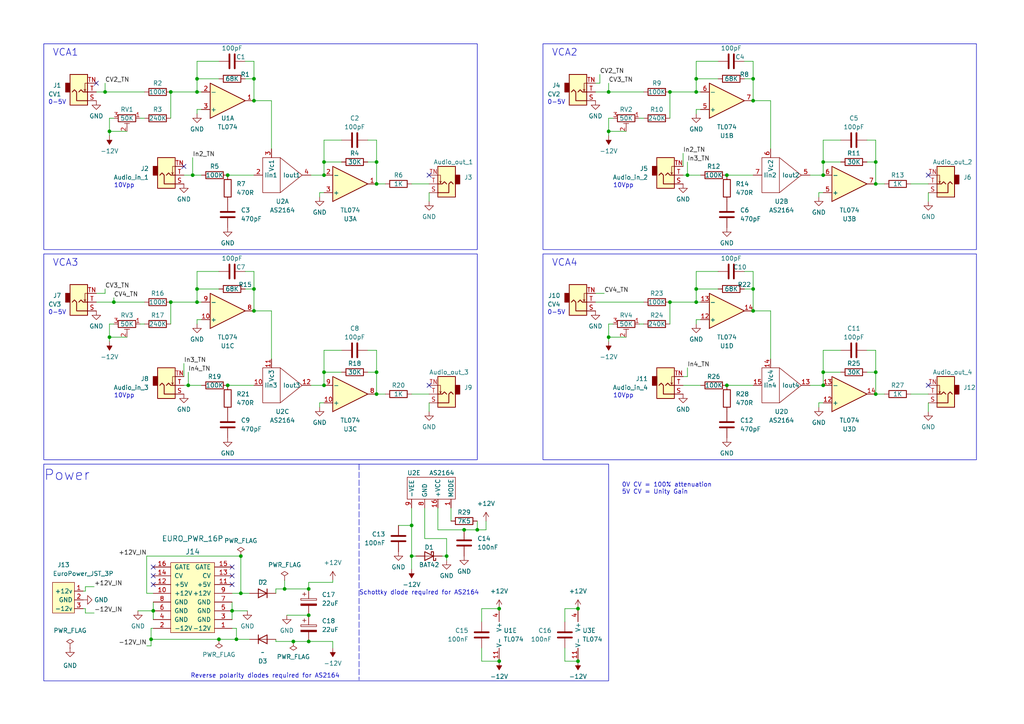
<source format=kicad_sch>
(kicad_sch (version 20230121) (generator eeschema)
  (paper "A4")
  (title_block (title "Eurorack AS2164 Quad Exponential VCA") (date "2024-01-25") (rev "0.1.0") (company "DIYSynthMNL") (comment 1 "This version is a prototype"))
  (lib_symbols
    (symbol "Amplifier_Operational:TL074" (pin_names (offset 0.127))
      (property "Reference" "U" (at 0 5.08 0))
      (property "Value" "TL074" (at 0 -5.08 0))
      (symbol "TL074_1_1"
        (polyline (pts (xy -5.08 5.08) (xy 5.08 0) (xy -5.08 -5.08) (xy -5.08 5.08)) (stroke (width 0.254)) (fill (type background)))
        (pin output line (at 7.62 0 180) (length 2.54) (name "~") (number "1"))
        (pin input line (at -7.62 -2.54 0) (length 2.54) (name "-") (number "2"))
        (pin input line (at -7.62 2.54 0) (length 2.54) (name "+") (number "3"))
      )
      (symbol "TL074_2_1"
        (polyline (pts (xy -5.08 5.08) (xy 5.08 0) (xy -5.08 -5.08) (xy -5.08 5.08)) (stroke (width 0.254)) (fill (type background)))
        (pin input line (at -7.62 2.54 0) (length 2.54) (name "+") (number "5"))
        (pin input line (at -7.62 -2.54 0) (length 2.54) (name "-") (number "6"))
        (pin output line (at 7.62 0 180) (length 2.54) (name "~") (number "7"))
      )
      (symbol "TL074_3_1"
        (polyline (pts (xy -5.08 5.08) (xy 5.08 0) (xy -5.08 -5.08) (xy -5.08 5.08)) (stroke (width 0.254)) (fill (type background)))
        (pin input line (at -7.62 2.54 0) (length 2.54) (name "+") (number "10"))
        (pin output line (at 7.62 0 180) (length 2.54) (name "~") (number "8"))
        (pin input line (at -7.62 -2.54 0) (length 2.54) (name "-") (number "9"))
      )
      (symbol "TL074_4_1"
        (polyline (pts (xy -5.08 5.08) (xy 5.08 0) (xy -5.08 -5.08) (xy -5.08 5.08)) (stroke (width 0.254)) (fill (type background)))
        (pin input line (at -7.62 2.54 0) (length 2.54) (name "+") (number "12"))
        (pin input line (at -7.62 -2.54 0) (length 2.54) (name "-") (number "13"))
        (pin output line (at 7.62 0 180) (length 2.54) (name "~") (number "14"))
      )
      (symbol "TL074_5_1"
        (pin power_in line (at -2.54 -7.62 90) (length 3.81) (name "V-") (number "11"))
        (pin power_in line (at -2.54 7.62 270) (length 3.81) (name "V+") (number "4"))
      )
    )
    (symbol "DIYSynthMNL:AS2164"
      (property "Reference" "U" (at 8.89 3.81 0))
      (property "Value" "AS2164" (at 8.89 1.27 0))
      (symbol "AS2164_1_1"
        (polyline (pts (xy 5.08 0) (xy 11.43 -5.08) (xy 5.08 -10.16)))
        (rectangle (start 0 0) (end 5.08 -10.16))
        (pin input line (at -2.54 -5.08 0) (length 2.54) (name "Iin1") (number "2"))
        (pin input line (at 2.54 2.54 270) (length 2.54) (name "Vc1") (number "3"))
        (pin output line (at 13.97 -5.08 180) (length 2.54) (name "Iout1") (number "4"))
      )
      (symbol "AS2164_2_1"
        (polyline (pts (xy 5.08 0) (xy 11.43 -5.08) (xy 5.08 -10.16)))
        (rectangle (start 0 0) (end 5.08 -10.16))
        (pin output line (at 13.97 -5.08 180) (length 2.54) (name "Iout2") (number "5"))
        (pin input line (at 2.54 2.54 270) (length 2.54) (name "Vc2") (number "6"))
        (pin input line (at -2.54 -5.08 0) (length 2.54) (name "Iin2") (number "7"))
      )
      (symbol "AS2164_3_1"
        (polyline (pts (xy 5.08 0) (xy 11.43 -5.08) (xy 5.08 -10.16)))
        (rectangle (start 0 0) (end 5.08 -10.16))
        (pin input line (at -2.54 -5.08 0) (length 2.54) (name "Iin3") (number "10"))
        (pin input line (at 2.54 2.54 270) (length 2.54) (name "Vc3") (number "11"))
        (pin output line (at 13.97 -5.08 180) (length 2.54) (name "Iout3") (number "12"))
      )
      (symbol "AS2164_4_1"
        (polyline (pts (xy 5.08 0) (xy 11.43 -5.08) (xy 5.08 -10.16)))
        (rectangle (start 0 0) (end 5.08 -10.16))
        (pin output line (at 13.97 -5.08 180) (length 2.54) (name "Iout4") (number "13"))
        (pin input line (at 2.54 2.54 270) (length 2.54) (name "Vc4") (number "14"))
        (pin input line (at -2.54 -5.08 0) (length 2.54) (name "Iin4") (number "15"))
      )
      (symbol "AS2164_5_1"
        (rectangle (start 0 0) (end 13.97 -6.35))
        (pin input line (at 12.7 -8.89 90) (length 2.54) (name "MODE") (number "1"))
        (pin power_in line (at 8.89 -8.89 90) (length 2.54) (name "+VCC") (number "16"))
        (pin power_in line (at 5.08 -8.89 90) (length 2.54) (name "GND") (number "8"))
        (pin power_in line (at 1.27 -8.89 90) (length 2.54) (name "-VEE") (number "9"))
      )
    )
    (symbol "DIYSynthMNL:EURO_PWR_16_PIN" (pin_names (offset 1.016))
      (property "Reference" "J" (at 0 -7.62 0))
      (property "Value" "EURO_PWR_16P" (at 0 16.51 0))
      (symbol "EURO_PWR_16_PIN_0_1"
        (rectangle (start -6.35 13.97) (end 6.35 -6.35) (fill (type background)))
      )
      (symbol "EURO_PWR_16_PIN_1_1"
        (pin power_in line (at 11.43 -5.08 180) (length 5.08) (name "-12V") (number "1"))
        (pin power_in line (at -11.43 5.08 0) (length 5.08) (name "+12V") (number "10"))
        (pin power_in line (at 11.43 7.62 180) (length 5.08) (name "+5V") (number "11"))
        (pin power_in line (at -11.43 7.62 0) (length 5.08) (name "+5V") (number "12"))
        (pin bidirectional line (at 11.43 10.16 180) (length 5.08) (name "CV") (number "13"))
        (pin bidirectional line (at -11.43 10.16 0) (length 5.08) (name "CV") (number "14"))
        (pin bidirectional line (at 11.43 12.7 180) (length 5.08) (name "GATE") (number "15"))
        (pin bidirectional line (at -11.43 12.7 0) (length 5.08) (name "GATE") (number "16"))
        (pin power_in line (at -11.43 -5.08 0) (length 5.08) (name "-12V") (number "2"))
        (pin power_in line (at 11.43 -2.54 180) (length 5.08) (name "GND") (number "3"))
        (pin power_in line (at -11.43 -2.54 0) (length 5.08) (name "GND") (number "4"))
        (pin power_in line (at 11.43 0 180) (length 5.08) (name "GND") (number "5"))
        (pin power_in line (at -11.43 0 0) (length 5.08) (name "GND") (number "6"))
        (pin power_in line (at 11.43 2.54 180) (length 5.08) (name "GND") (number "7"))
        (pin power_in line (at -11.43 2.54 0) (length 5.08) (name "GND") (number "8"))
        (pin power_in line (at 11.43 5.08 180) (length 5.08) (name "+12V") (number "9"))
      )
    )
    (symbol "DIYSynthMNL:JST_Eurorack_power_3P"
      (property "Reference" "J" (at -3.81 1.27 0))
      (property "Value" "EuroPower_JST_3P" (at -2.54 -10.16 0))
      (symbol "JST_Eurorack_power_3P_1_1"
        (rectangle (start -6.35 0) (end 0 -8.89) (fill (type background)))
        (pin power_in line (at 2.54 -2.54 180) (length 2.54) (name "+12v") (number "1"))
        (pin power_in line (at 2.54 -5.08 180) (length 2.54) (name "GND") (number "2"))
        (pin power_in line (at 2.54 -7.62 180) (length 2.54) (name "-12v") (number "3"))
      )
    )
    (symbol "DIYSynthMNL:PJ3001F"
      (property "Reference" "J" (at 0 8.89 0))
      (property "Value" "PJ3001F" (at 0 6.35 0))
      (symbol "PJ3001F_0_1"
        (rectangle (start -3.81 0) (end -2.54 -2.54) (stroke (width 0.254)) (fill (type outline)))
        (rectangle (start -2.54 3.81) (end 2.54 -5.08) (stroke (width 0.254)) (fill (type background)))
        (polyline (pts (xy 1.778 -0.254) (xy 2.032 -0.762)))
        (polyline (pts (xy 0 0) (xy 0.635 -0.635) (xy 1.27 0) (xy 2.54 0)) (stroke (width 0.254)))
        (polyline (pts (xy 2.54 -2.54) (xy 1.778 -2.54) (xy 1.778 -0.254) (xy 1.524 -0.762)))
        (polyline (pts (xy 2.54 2.54) (xy -0.635 2.54) (xy -0.635 0) (xy -1.27 -0.635) (xy -1.905 0)) (stroke (width 0.254)))
      )
      (symbol "PJ3001F_1_1"
        (pin passive line (at 5.08 2.54 180) (length 2.54) (name "~") (number "S"))
        (pin passive line (at 5.08 0 180) (length 2.54) (name "~") (number "T"))
        (pin passive line (at 5.08 -2.54 180) (length 2.54) (name "~") (number "TN"))
      )
    )
    (symbol "Device:C" (pin_numbers hide) (pin_names (offset 0.254))
      (property "Reference" "C" (at 0.635 2.54 0))
      (property "Value" "C" (at 0.635 -2.54 0))
      (symbol "C_0_1"
        (polyline (pts (xy -2.032 -0.762) (xy 2.032 -0.762)) (stroke (width 0.508)))
        (polyline (pts (xy -2.032 0.762) (xy 2.032 0.762)) (stroke (width 0.508)))
      )
      (symbol "C_1_1"
        (pin passive line (at 0 3.81 270) (length 2.794) (name "~") (number "1"))
        (pin passive line (at 0 -3.81 90) (length 2.794) (name "~") (number "2"))
      )
    )
    (symbol "Device:C_Polarized" (pin_numbers hide) (pin_names (offset 0.254))
      (property "Reference" "C" (at 0.635 2.54 0))
      (property "Value" "C_Polarized" (at 0.635 -2.54 0))
      (symbol "C_Polarized_0_1"
        (rectangle (start -2.286 0.508) (end 2.286 1.016))
        (polyline (pts (xy -1.778 2.286) (xy -0.762 2.286)))
        (polyline (pts (xy -1.27 2.794) (xy -1.27 1.778)))
        (rectangle (start 2.286 -0.508) (end -2.286 -1.016) (fill (type outline)))
      )
      (symbol "C_Polarized_1_1"
        (pin passive line (at 0 3.81 270) (length 2.794) (name "~") (number "1"))
        (pin passive line (at 0 -3.81 90) (length 2.794) (name "~") (number "2"))
      )
    )
    (symbol "Device:D" (pin_numbers hide) (pin_names (offset 1.016) hide)
      (property "Reference" "D" (at 0 2.54 0))
      (property "Value" "D" (at 0 -2.54 0))
      (symbol "D_0_1"
        (polyline (pts (xy -1.27 1.27) (xy -1.27 -1.27)) (stroke (width 0.254)))
        (polyline (pts (xy 1.27 0) (xy -1.27 0)))
        (polyline (pts (xy 1.27 1.27) (xy 1.27 -1.27) (xy -1.27 0) (xy 1.27 1.27)) (stroke (width 0.254)))
      )
      (symbol "D_1_1"
        (pin passive line (at -3.81 0 0) (length 2.54) (name "K") (number "1"))
        (pin passive line (at 3.81 0 180) (length 2.54) (name "A") (number "2"))
      )
    )
    (symbol "Device:D_Schottky" (pin_numbers hide) (pin_names (offset 1.016) hide)
      (property "Reference" "D" (at 0 2.54 0))
      (property "Value" "D_Schottky" (at 0 -2.54 0))
      (symbol "D_Schottky_0_1"
        (polyline (pts (xy 1.27 0) (xy -1.27 0)))
        (polyline (pts (xy 1.27 1.27) (xy 1.27 -1.27) (xy -1.27 0) (xy 1.27 1.27)) (stroke (width 0.254)))
        (polyline (pts (xy -1.905 0.635) (xy -1.905 1.27) (xy -1.27 1.27) (xy -1.27 -1.27) (xy -0.635 -1.27) (xy -0.635 -0.635)) (stroke (width 0.254)))
      )
      (symbol "D_Schottky_1_1"
        (pin passive line (at -3.81 0 0) (length 2.54) (name "K") (number "1"))
        (pin passive line (at 3.81 0 180) (length 2.54) (name "A") (number "2"))
      )
    )
    (symbol "Device:R" (pin_numbers hide) (pin_names (offset 0))
      (property "Reference" "R" (at 2.032 0 90))
      (property "Value" "R" (at 0 0 90))
      (symbol "R_0_1"
        (rectangle (start -1.016 -2.54) (end 1.016 2.54) (stroke (width 0.254)))
      )
      (symbol "R_1_1"
        (pin passive line (at 0 3.81 270) (length 1.27) (name "~") (number "1"))
        (pin passive line (at 0 -3.81 90) (length 1.27) (name "~") (number "2"))
      )
    )
    (symbol "Device:R_Potentiometer_Trim" (pin_names (offset 1.016) hide)
      (property "Reference" "RV" (at -4.445 0 90))
      (property "Value" "R_Potentiometer_Trim" (at -2.54 0 90))
      (symbol "R_Potentiometer_Trim_0_1"
        (polyline (pts (xy 1.524 0.762) (xy 1.524 -0.762)))
        (polyline (pts (xy 2.54 0) (xy 1.524 0)))
        (rectangle (start 1.016 2.54) (end -1.016 -2.54) (stroke (width 0.254)))
      )
      (symbol "R_Potentiometer_Trim_1_1"
        (pin passive line (at 0 3.81 270) (length 1.27) (name "1") (number "1"))
        (pin passive line (at 3.81 0 180) (length 1.27) (name "2") (number "2"))
        (pin passive line (at 0 -3.81 90) (length 1.27) (name "3") (number "3"))
      )
    )
    (symbol "power:+12V" (power) (pin_names (offset 0))
      (property "Value" "+12V" (at 0 3.556 0))
      (symbol "+12V_0_1"
        (polyline (pts (xy -0.762 1.27) (xy 0 2.54)))
        (polyline (pts (xy 0 0) (xy 0 2.54)))
        (polyline (pts (xy 0 2.54) (xy 0.762 1.27)))
      )
      (symbol "+12V_1_1"
        (pin power_in line (at 0 0 90) (length 0) hide (name "+12V") (number "1"))
      )
    )
    (symbol "power:-12V" (power) (pin_names (offset 0))
      (property "Value" "-12V" (at 0 3.81 0))
      (symbol "-12V_0_0"
        (pin power_in line (at 0 0 90) (length 0) hide (name "-12V") (number "1"))
      )
      (symbol "-12V_0_1"
        (polyline (pts (xy 0 0) (xy 0 1.27) (xy 0.762 1.27) (xy 0 2.54) (xy -0.762 1.27) (xy 0 1.27)) (fill (type outline)))
      )
    )
    (symbol "power:GND" (power) (pin_names (offset 0))
      (property "Value" "GND" (at 0 -3.81 0))
      (symbol "GND_0_1"
        (polyline (pts (xy 0 0) (xy 0 -1.27) (xy 1.27 -1.27) (xy 0 -2.54) (xy -1.27 -1.27) (xy 0 -1.27)))
      )
      (symbol "GND_1_1"
        (pin power_in line (at 0 0 270) (length 0) hide (name "GND") (number "1"))
      )
    )
    (symbol "power:PWR_FLAG" (power) (pin_numbers hide) (pin_names (offset 0) hide)
      (property "Value" "PWR_FLAG" (at 0 3.81 0))
      (symbol "PWR_FLAG_0_0"
        (pin power_out line (at 0 0 90) (length 0) (name "pwr") (number "1"))
      )
      (symbol "PWR_FLAG_0_1"
        (polyline (pts (xy 0 0) (xy 0 1.27) (xy -1.016 1.905) (xy 0 2.54) (xy 1.016 1.905) (xy 0 1.27)))
      )
    )
  )
  (junction (at 93.98 46.99))
  (junction (at 218.44 22.86))
  (junction (at 144.78 191.77))
  (junction (at 68.58 185.42))
  (junction (at 254 46.99))
  (junction (at 49.53 26.67))
  (junction (at 201.93 87.63))
  (junction (at 43.815 185.42))
  (junction (at 194.31 87.63))
  (junction (at 176.53 38.1))
  (junction (at 176.53 97.79))
  (junction (at 73.66 22.86))
  (junction (at 67.31 177.165))
  (junction (at 199.39 50.8))
  (junction (at 138.43 153.67))
  (junction (at 30.48 26.67))
  (junction (at 57.15 83.82))
  (junction (at 82.55 170.815))
  (junction (at 210.82 111.76))
  (junction (at 55.88 50.8))
  (junction (at 73.66 90.17))
  (junction (at 31.75 38.1))
  (junction (at 129.54 161.29))
  (junction (at 167.64 176.53))
  (junction (at 89.535 170.815))
  (junction (at 194.31 26.67))
  (junction (at 254 114.3))
  (junction (at 210.82 50.8))
  (junction (at 134.62 153.67))
  (junction (at 89.535 186.055))
  (junction (at 54.61 111.76))
  (junction (at 109.22 114.3))
  (junction (at 218.44 90.17))
  (junction (at 201.93 22.86))
  (junction (at 57.15 22.86))
  (junction (at 69.85 161.29))
  (junction (at 66.04 50.8))
  (junction (at 44.45 177.165))
  (junction (at 73.66 83.82))
  (junction (at 167.64 191.77))
  (junction (at 238.76 46.99))
  (junction (at 69.85 172.085))
  (junction (at 49.53 87.63))
  (junction (at 201.93 83.82))
  (junction (at 254 53.34))
  (junction (at 57.15 87.63))
  (junction (at 89.535 178.435))
  (junction (at 109.22 46.99))
  (junction (at 238.76 50.8))
  (junction (at 63.5 185.42))
  (junction (at 218.44 29.21))
  (junction (at 218.44 83.82))
  (junction (at 238.76 111.76))
  (junction (at 93.98 107.95))
  (junction (at 33.02 87.63))
  (junction (at 119.38 161.29))
  (junction (at 254 107.95))
  (junction (at 201.93 26.67))
  (junction (at 144.78 176.53))
  (junction (at 31.75 97.79))
  (junction (at 109.22 53.34))
  (junction (at 109.22 107.95))
  (junction (at 93.98 50.8))
  (junction (at 66.04 111.76))
  (junction (at 176.53 26.67))
  (junction (at 85.09 186.055))
  (junction (at 57.15 26.67))
  (junction (at 119.38 152.4))
  (junction (at 93.98 111.76))
  (junction (at 238.76 107.95))
  (junction (at 73.66 29.21))
  (no_connect (at 67.31 169.545))
  (no_connect (at 269.24 50.8))
  (no_connect (at 269.24 111.76))
  (no_connect (at 53.34 48.26))
  (no_connect (at 124.46 50.8))
  (no_connect (at 44.45 167.005))
  (no_connect (at 44.45 164.465))
  (no_connect (at 67.31 167.005))
  (no_connect (at 124.46 111.76))
  (no_connect (at 27.94 24.13))
  (no_connect (at 67.31 164.465))
  (no_connect (at 44.45 169.545))
  (wire (pts (xy 57.15 26.67) (xy 58.42 26.67)))
  (wire (pts (xy 99.06 40.64) (xy 93.98 40.64)))
  (wire (pts (xy 93.98 40.64) (xy 93.98 46.99)))
  (wire (pts (xy 27.94 87.63) (xy 33.02 87.63)))
  (wire (pts (xy 119.38 161.29) (xy 120.65 161.29)))
  (wire (pts (xy 69.85 161.29) (xy 69.85 172.085)))
  (wire (pts (xy 163.83 191.77) (xy 167.64 191.77)))
  (wire (pts (xy 93.98 55.88) (xy 92.71 55.88)))
  (wire (pts (xy 223.52 90.17) (xy 223.52 104.14)))
  (wire (pts (xy 194.31 26.67) (xy 201.93 26.67)))
  (wire (pts (xy 238.76 107.95) (xy 238.76 111.76)))
  (wire (pts (xy 201.93 92.71) (xy 201.93 93.98)))
  (wire (pts (xy 42.545 161.29) (xy 69.85 161.29)))
  (wire (pts (xy 24.765 177.8) (xy 24.765 176.53)))
  (wire (pts (xy 119.38 152.4) (xy 119.38 161.29)))
  (wire (pts (xy 139.7 191.77) (xy 144.78 191.77)))
  (wire (pts (xy 63.5 22.86) (xy 57.15 22.86)))
  (wire (pts (xy 238.76 46.99) (xy 238.76 50.8)))
  (wire (pts (xy 78.74 29.21) (xy 78.74 43.18)))
  (wire (pts (xy 30.48 83.82) (xy 30.48 85.09)))
  (wire (pts (xy 201.93 87.63) (xy 203.2 87.63)))
  (wire (pts (xy 49.53 26.67) (xy 57.15 26.67)))
  (wire (pts (xy 66.04 111.76) (xy 73.66 111.76)))
  (wire (pts (xy 198.12 111.76) (xy 203.2 111.76)))
  (wire (pts (xy 129.54 156.21) (xy 129.54 161.29)))
  (wire (pts (xy 92.71 55.88) (xy 92.71 57.15)))
  (wire (pts (xy 82.55 168.275) (xy 82.55 170.815)))
  (wire (pts (xy 73.66 17.78) (xy 73.66 22.86)))
  (wire (pts (xy 73.66 90.17) (xy 78.74 90.17)))
  (wire (pts (xy 251.46 46.99) (xy 254 46.99)))
  (wire (pts (xy 89.535 168.91) (xy 89.535 170.815)))
  (wire (pts (xy 251.46 101.6) (xy 254 101.6)))
  (wire (pts (xy 55.88 50.8) (xy 58.42 50.8)))
  (wire (pts (xy 210.82 111.76) (xy 218.44 111.76)))
  (wire (pts (xy 53.34 105.41) (xy 53.34 109.22)))
  (wire (pts (xy 172.72 26.67) (xy 176.53 26.67)))
  (wire (pts (xy 172.72 87.63) (xy 186.69 87.63)))
  (wire (pts (xy 264.16 53.34) (xy 269.24 53.34)))
  (wire (pts (xy 163.83 187.96) (xy 163.83 191.77)))
  (wire (pts (xy 238.76 55.88) (xy 237.49 55.88)))
  (wire (pts (xy 78.74 90.17) (xy 78.74 104.14)))
  (wire (pts (xy 106.68 107.95) (xy 109.22 107.95)))
  (wire (pts (xy 31.75 93.98) (xy 31.75 97.79)))
  (wire (pts (xy 139.7 176.53) (xy 144.78 176.53)))
  (wire (pts (xy 57.15 78.74) (xy 57.15 83.82)))
  (wire (pts (xy 57.15 87.63) (xy 58.42 87.63)))
  (wire (pts (xy 185.42 93.98) (xy 186.69 93.98)))
  (wire (pts (xy 82.55 170.815) (xy 89.535 170.815)))
  (wire (pts (xy 139.7 180.34) (xy 139.7 176.53)))
  (wire (pts (xy 96.52 187.96) (xy 96.52 186.055)))
  (wire (pts (xy 44.45 172.085) (xy 42.545 172.085)))
  (wire (pts (xy 106.68 40.64) (xy 109.22 40.64)))
  (wire (pts (xy 31.75 38.1) (xy 31.75 39.37)))
  (wire (pts (xy 237.49 116.84) (xy 237.49 118.11)))
  (wire (pts (xy 96.52 186.055) (xy 89.535 186.055)))
  (wire (pts (xy 198.12 50.8) (xy 199.39 50.8)))
  (wire (pts (xy 71.12 17.78) (xy 73.66 17.78)))
  (wire (pts (xy 49.53 87.63) (xy 57.15 87.63)))
  (wire (pts (xy 54.61 111.76) (xy 58.42 111.76)))
  (wire (pts (xy 115.57 152.4) (xy 119.38 152.4)))
  (wire (pts (xy 66.04 50.8) (xy 73.66 50.8)))
  (wire (pts (xy 58.42 92.71) (xy 57.15 92.71)))
  (wire (pts (xy 234.95 50.8) (xy 238.76 50.8)))
  (wire (pts (xy 127 153.67) (xy 134.62 153.67)))
  (polyline (pts (xy 104.14 134.62) (xy 104.14 197.231)) (stroke (width 0) (type dash)))
  (wire (pts (xy 109.22 53.34) (xy 111.76 53.34)))
  (wire (pts (xy 203.2 92.71) (xy 201.93 92.71)))
  (wire (pts (xy 176.53 24.13) (xy 176.53 26.67)))
  (wire (pts (xy 251.46 40.64) (xy 254 40.64)))
  (wire (pts (xy 24.765 170.18) (xy 24.765 171.45)))
  (wire (pts (xy 80.01 185.42) (xy 80.01 186.055)))
  (wire (pts (xy 24.765 171.45) (xy 24.13 171.45)))
  (wire (pts (xy 173.99 21.59) (xy 173.99 24.13)))
  (wire (pts (xy 57.15 83.82) (xy 57.15 87.63)))
  (wire (pts (xy 127 147.32) (xy 127 153.67)))
  (wire (pts (xy 172.72 85.09) (xy 175.26 85.09)))
  (wire (pts (xy 63.5 17.78) (xy 57.15 17.78)))
  (wire (pts (xy 173.99 24.13) (xy 172.72 24.13)))
  (wire (pts (xy 194.31 87.63) (xy 194.31 93.98)))
  (wire (pts (xy 218.44 83.82) (xy 218.44 90.17)))
  (wire (pts (xy 109.22 101.6) (xy 109.22 107.95)))
  (wire (pts (xy 31.75 34.29) (xy 31.75 38.1)))
  (wire (pts (xy 243.84 107.95) (xy 238.76 107.95)))
  (wire (pts (xy 73.66 78.74) (xy 73.66 83.82)))
  (wire (pts (xy 243.84 101.6) (xy 238.76 101.6)))
  (wire (pts (xy 138.43 151.13) (xy 138.43 153.67)))
  (wire (pts (xy 109.22 46.99) (xy 109.22 53.34)))
  (wire (pts (xy 31.75 97.79) (xy 31.75 99.06)))
  (wire (pts (xy 99.06 101.6) (xy 93.98 101.6)))
  (wire (pts (xy 210.82 50.8) (xy 218.44 50.8)))
  (wire (pts (xy 106.68 101.6) (xy 109.22 101.6)))
  (wire (pts (xy 176.53 97.79) (xy 181.61 97.79)))
  (wire (pts (xy 254 46.99) (xy 254 53.34)))
  (wire (pts (xy 73.66 29.21) (xy 78.74 29.21)))
  (wire (pts (xy 238.76 101.6) (xy 238.76 107.95)))
  (wire (pts (xy 119.38 147.32) (xy 119.38 152.4)))
  (wire (pts (xy 109.22 40.64) (xy 109.22 46.99)))
  (wire (pts (xy 30.48 26.67) (xy 41.91 26.67)))
  (wire (pts (xy 201.93 17.78) (xy 201.93 22.86)))
  (wire (pts (xy 40.005 177.165) (xy 44.45 177.165)))
  (wire (pts (xy 71.12 83.82) (xy 73.66 83.82)))
  (wire (pts (xy 49.53 87.63) (xy 49.53 93.98)))
  (wire (pts (xy 54.61 107.95) (xy 54.61 111.76)))
  (wire (pts (xy 106.68 46.99) (xy 109.22 46.99)))
  (wire (pts (xy 33.02 86.36) (xy 33.02 87.63)))
  (wire (pts (xy 90.17 50.8) (xy 93.98 50.8)))
  (wire (pts (xy 119.38 114.3) (xy 124.46 114.3)))
  (wire (pts (xy 243.84 46.99) (xy 238.76 46.99)))
  (wire (pts (xy 140.97 153.67) (xy 140.97 151.13)))
  (wire (pts (xy 96.52 168.91) (xy 89.535 168.91)))
  (wire (pts (xy 63.5 185.42) (xy 68.58 185.42)))
  (wire (pts (xy 129.54 161.29) (xy 129.54 162.56)))
  (wire (pts (xy 128.27 161.29) (xy 129.54 161.29)))
  (wire (pts (xy 176.53 93.98) (xy 176.53 97.79)))
  (wire (pts (xy 254 107.95) (xy 254 114.3)))
  (wire (pts (xy 73.66 83.82) (xy 73.66 90.17)))
  (wire (pts (xy 55.88 45.72) (xy 55.88 50.8)))
  (wire (pts (xy 31.75 38.1) (xy 36.83 38.1)))
  (wire (pts (xy 215.9 78.74) (xy 218.44 78.74)))
  (wire (pts (xy 237.49 55.88) (xy 237.49 57.15)))
  (wire (pts (xy 99.06 107.95) (xy 93.98 107.95)))
  (wire (pts (xy 57.15 22.86) (xy 57.15 26.67)))
  (wire (pts (xy 67.31 174.625) (xy 67.31 177.165)))
  (wire (pts (xy 176.53 34.29) (xy 176.53 38.1)))
  (wire (pts (xy 124.46 55.88) (xy 124.46 58.42)))
  (wire (pts (xy 238.76 116.84) (xy 237.49 116.84)))
  (wire (pts (xy 67.31 177.165) (xy 71.755 177.165)))
  (wire (pts (xy 80.01 186.055) (xy 85.09 186.055)))
  (wire (pts (xy 43.815 187.325) (xy 43.815 185.42)))
  (wire (pts (xy 44.45 177.165) (xy 44.45 179.705)))
  (wire (pts (xy 57.15 17.78) (xy 57.15 22.86)))
  (wire (pts (xy 71.12 78.74) (xy 73.66 78.74)))
  (wire (pts (xy 40.64 34.29) (xy 41.91 34.29)))
  (wire (pts (xy 42.545 187.325) (xy 43.815 187.325)))
  (wire (pts (xy 185.42 34.29) (xy 186.69 34.29)))
  (wire (pts (xy 58.42 31.75) (xy 57.15 31.75)))
  (wire (pts (xy 27.305 177.8) (xy 24.765 177.8)))
  (wire (pts (xy 80.01 172.085) (xy 80.01 170.815)))
  (wire (pts (xy 238.76 40.64) (xy 238.76 46.99)))
  (wire (pts (xy 218.44 78.74) (xy 218.44 83.82)))
  (wire (pts (xy 201.93 26.67) (xy 203.2 26.67)))
  (wire (pts (xy 92.71 116.84) (xy 92.71 118.11)))
  (wire (pts (xy 234.95 111.76) (xy 238.76 111.76)))
  (wire (pts (xy 69.85 172.085) (xy 67.31 172.085)))
  (wire (pts (xy 201.93 83.82) (xy 201.93 87.63)))
  (wire (pts (xy 53.34 111.76) (xy 54.61 111.76)))
  (wire (pts (xy 124.46 116.84) (xy 124.46 119.38)))
  (wire (pts (xy 163.83 176.53) (xy 167.64 176.53)))
  (wire (pts (xy 254 101.6) (xy 254 107.95)))
  (wire (pts (xy 119.38 53.34) (xy 124.46 53.34)))
  (wire (pts (xy 69.85 172.085) (xy 72.39 172.085)))
  (wire (pts (xy 139.7 187.96) (xy 139.7 191.77)))
  (wire (pts (xy 199.39 106.68) (xy 199.39 109.22)))
  (wire (pts (xy 57.15 92.71) (xy 57.15 93.98)))
  (wire (pts (xy 208.28 83.82) (xy 201.93 83.82)))
  (wire (pts (xy 134.62 153.67) (xy 138.43 153.67)))
  (wire (pts (xy 254 114.3) (xy 256.54 114.3)))
  (wire (pts (xy 254 53.34) (xy 256.54 53.34)))
  (wire (pts (xy 43.815 185.42) (xy 63.5 185.42)))
  (wire (pts (xy 215.9 17.78) (xy 218.44 17.78)))
  (wire (pts (xy 24.765 176.53) (xy 24.13 176.53)))
  (wire (pts (xy 218.44 22.86) (xy 218.44 29.21)))
  (wire (pts (xy 123.19 147.32) (xy 123.19 156.21)))
  (wire (pts (xy 90.17 111.76) (xy 93.98 111.76)))
  (wire (pts (xy 130.81 147.32) (xy 130.81 151.13)))
  (wire (pts (xy 201.93 31.75) (xy 201.93 33.02)))
  (wire (pts (xy 27.94 26.67) (xy 30.48 26.67)))
  (wire (pts (xy 63.5 83.82) (xy 57.15 83.82)))
  (wire (pts (xy 85.09 186.055) (xy 89.535 186.055)))
  (wire (pts (xy 33.02 93.98) (xy 31.75 93.98)))
  (wire (pts (xy 33.02 34.29) (xy 31.75 34.29)))
  (wire (pts (xy 177.8 34.29) (xy 176.53 34.29)))
  (wire (pts (xy 208.28 78.74) (xy 201.93 78.74)))
  (wire (pts (xy 194.31 87.63) (xy 201.93 87.63)))
  (wire (pts (xy 93.98 46.99) (xy 93.98 50.8)))
  (wire (pts (xy 199.39 109.22) (xy 198.12 109.22)))
  (wire (pts (xy 53.34 50.8) (xy 55.88 50.8)))
  (wire (pts (xy 198.12 44.45) (xy 198.12 48.26)))
  (wire (pts (xy 27.305 170.18) (xy 24.765 170.18)))
  (wire (pts (xy 254 40.64) (xy 254 46.99)))
  (wire (pts (xy 99.06 46.99) (xy 93.98 46.99)))
  (wire (pts (xy 199.39 50.8) (xy 203.2 50.8)))
  (wire (pts (xy 72.39 185.42) (xy 68.58 185.42)))
  (wire (pts (xy 264.16 114.3) (xy 269.24 114.3)))
  (wire (pts (xy 201.93 22.86) (xy 201.93 26.67)))
  (wire (pts (xy 138.43 153.67) (xy 140.97 153.67)))
  (wire (pts (xy 269.24 55.88) (xy 269.24 58.42)))
  (wire (pts (xy 208.28 17.78) (xy 201.93 17.78)))
  (wire (pts (xy 163.83 180.34) (xy 163.83 176.53)))
  (wire (pts (xy 57.15 31.75) (xy 57.15 33.02)))
  (wire (pts (xy 30.48 24.13) (xy 30.48 26.67)))
  (wire (pts (xy 215.9 83.82) (xy 218.44 83.82)))
  (wire (pts (xy 208.28 22.86) (xy 201.93 22.86)))
  (wire (pts (xy 93.98 101.6) (xy 93.98 107.95)))
  (wire (pts (xy 68.58 182.245) (xy 67.31 182.245)))
  (wire (pts (xy 176.53 26.67) (xy 186.69 26.67)))
  (wire (pts (xy 176.53 38.1) (xy 181.61 38.1)))
  (wire (pts (xy 119.38 161.29) (xy 119.38 165.1)))
  (wire (pts (xy 218.44 90.17) (xy 223.52 90.17)))
  (wire (pts (xy 96.52 168.275) (xy 96.52 168.91)))
  (wire (pts (xy 109.22 114.3) (xy 111.76 114.3)))
  (wire (pts (xy 30.48 85.09) (xy 27.94 85.09)))
  (wire (pts (xy 93.98 107.95) (xy 93.98 111.76)))
  (wire (pts (xy 42.545 172.085) (xy 42.545 161.29)))
  (wire (pts (xy 201.93 78.74) (xy 201.93 83.82)))
  (wire (pts (xy 43.815 182.245) (xy 43.815 185.42)))
  (wire (pts (xy 194.31 26.67) (xy 194.31 34.29)))
  (wire (pts (xy 68.58 185.42) (xy 68.58 182.245)))
  (wire (pts (xy 31.75 97.79) (xy 36.83 97.79)))
  (wire (pts (xy 215.9 22.86) (xy 218.44 22.86)))
  (wire (pts (xy 199.39 46.99) (xy 199.39 50.8)))
  (wire (pts (xy 80.01 170.815) (xy 82.55 170.815)))
  (wire (pts (xy 176.53 97.79) (xy 176.53 99.06)))
  (wire (pts (xy 73.66 22.86) (xy 73.66 29.21)))
  (wire (pts (xy 243.84 40.64) (xy 238.76 40.64)))
  (wire (pts (xy 44.45 174.625) (xy 44.45 177.165)))
  (wire (pts (xy 93.98 116.84) (xy 92.71 116.84)))
  (wire (pts (xy 218.44 29.21) (xy 223.52 29.21)))
  (wire (pts (xy 83.185 178.435) (xy 89.535 178.435)))
  (wire (pts (xy 33.02 87.63) (xy 41.91 87.63)))
  (wire (pts (xy 218.44 17.78) (xy 218.44 22.86)))
  (wire (pts (xy 269.24 116.84) (xy 269.24 119.38)))
  (wire (pts (xy 123.19 156.21) (xy 129.54 156.21)))
  (wire (pts (xy 67.31 177.165) (xy 67.31 179.705)))
  (wire (pts (xy 203.2 31.75) (xy 201.93 31.75)))
  (wire (pts (xy 176.53 38.1) (xy 176.53 39.37)))
  (wire (pts (xy 63.5 78.74) (xy 57.15 78.74)))
  (wire (pts (xy 44.45 182.245) (xy 43.815 182.245)))
  (wire (pts (xy 177.8 93.98) (xy 176.53 93.98)))
  (wire (pts (xy 109.22 107.95) (xy 109.22 114.3)))
  (wire (pts (xy 40.64 93.98) (xy 41.91 93.98)))
  (wire (pts (xy 49.53 26.67) (xy 49.53 34.29)))
  (wire (pts (xy 71.12 22.86) (xy 73.66 22.86)))
  (wire (pts (xy 251.46 107.95) (xy 254 107.95)))
  (wire (pts (xy 223.52 29.21) (xy 223.52 43.18)))
  (rectangle (start 12.7 73.66) (end 138.43 133.35))
  (rectangle (start 157.48 12.7) (end 283.21 72.39))
  (rectangle (start 12.7 12.7) (end 138.43 72.39))
  (rectangle (start 12.7 134.62) (end 176.53 197.485))
  (rectangle (start 157.48 73.66) (end 283.21 133.35))
  (text "0-5V" (at 13.97 30.48 0) (effects (font (size 1.27 1.27)) (justify left bottom)))
  (text "0V CV = 100% attenuation\n5V CV = Unity Gain" (at 180.34 143.51 0) (effects (font (size 1.27 1.27)) (justify left bottom)))
  (text "10Vpp" (at 33.02 54.61 0) (effects (font (size 1.27 1.27)) (justify left bottom)))
  (text "Power" (at 12.7 139.7 0) (effects (font (size 3 3)) (justify left bottom)))
  (text "10Vpp" (at 177.8 115.57 0) (effects (font (size 1.27 1.27)) (justify left bottom)))
  (text "VCA3" (at 15.24 77.47 0) (effects (font (size 2 2)) (justify left bottom)))
  (text "0-5V" (at 13.97 91.44 0) (effects (font (size 1.27 1.27)) (justify left bottom)))
  (text "10Vpp" (at 33.02 115.57 0) (effects (font (size 1.27 1.27)) (justify left bottom)))
  (text "0-5V" (at 158.75 30.48 0) (effects (font (size 1.27 1.27)) (justify left bottom)))
  (text "VCA2" (at 160.02 16.51 0) (effects (font (size 2 2)) (justify left bottom)))
  (text "VCA1" (at 15.24 16.51 0) (effects (font (size 2 2)) (justify left bottom)))
  (text "0-5V" (at 158.75 91.44 0) (effects (font (size 1.27 1.27)) (justify left bottom)))
  (text "VCA4" (at 160.02 77.47 0) (effects (font (size 2 2)) (justify left bottom)))
  (text "10Vpp" (at 177.8 54.61 0) (effects (font (size 1.27 1.27)) (justify left bottom)))
  (text "Schottky diode required for AS2164" (at 104.14 172.72 0) (effects (font (size 1.27 1.27)) (justify left bottom)))
  (text "Reverse polarity diodes required for AS2164" (at 55.245 196.85 0) (effects (font (size 1.27 1.27)) (justify left bottom)))
  (label "In4_TN" (at 54.61 107.95 0))
  (label "+12V_IN" (at 27.305 170.18 0))
  (label "+12V_IN" (at 42.545 161.29 180))
  (label "CV4_TN" (at 175.26 85.09 0))
  (label "-12V_IN" (at 27.305 177.8 0))
  (label "In4_TN" (at 199.39 106.68 0))
  (label "CV4_TN" (at 33.02 86.36 0))
  (label "CV2_TN" (at 173.99 21.59 0))
  (label "In3_TN" (at 199.39 46.99 0))
  (label "In2_TN" (at 55.88 45.72 0))
  (label "CV3_TN" (at 30.48 83.82 0))
  (label "In3_TN" (at 53.34 105.41 0))
  (label "CV3_TN" (at 176.53 24.13 0))
  (label "-12V_IN" (at 42.545 187.325 180))
  (label "CV2_TN" (at 30.48 24.13 0))
  (label "In2_TN" (at 198.12 44.45 0))
  (symbol (lib_id "power:GND") (at 210.82 66.04 0) (unit 1)
    (property "Reference" "#PWR0132" (effects hide))
    (property "Value" "GND" (at 210.82 70.485 0))
  )
  (symbol (lib_id "power:+12V") (at 144.78 176.53 0) (unit 1)
    (property "Reference" "#PWR0105" (effects hide))
    (property "Value" "+12V" (at 144.78 171.45 0))
  )
  (symbol (lib_id "power:GND") (at 198.12 53.34 0) (unit 1)
    (property "Reference" "#PWR0131" (effects hide))
    (property "Value" "GND" (at 198.12 57.785 0))
  )
  (symbol (lib_id "Device:R") (at 66.04 115.57 0) (unit 1)
    (property "Reference" "R21" (at 68.58 114.3 0) (effects (justify left)))
    (property "Value" "470R" (at 68.58 116.84 0) (effects (justify left)))
  )
  (symbol (lib_id "DIYSynthMNL:AS2164") (at 220.98 45.72 0) (unit 2)
    (property "Reference" "U2" (at 226.695 58.42 0))
    (property "Value" "AS2164" (at 226.695 60.96 0))
  )
  (symbol (lib_id "Device:R") (at 212.09 83.82 90) (unit 1)
    (property "Reference" "R22" (at 215.9 82.55 90))
    (property "Value" "68K" (at 212.09 83.82 90))
  )
  (symbol (lib_id "DIYSynthMNL:PJ3001F") (at 22.86 26.67 0) (mirror x) (unit 1)
    (property "Reference" "J1" (at 17.78 24.765 0) (effects (justify right)))
    (property "Value" "CV1" (at 17.78 27.305 0) (effects (justify right)))
    (property "Footprint" "DIYSynthMNL:AudioJack_3.5mm_long_pads" (effects hide))
  )
  (symbol (lib_id "power:-12V") (at 144.78 191.77 180) (unit 1)
    (property "Reference" "#PWR0104" (effects hide))
    (property "Value" "-12V" (at 144.78 196.215 0))
  )
  (symbol (lib_id "power:+12V") (at 96.52 168.275 0) (unit 1)
    (property "Reference" "#PWR0112" (effects hide))
    (property "Value" "+12V" (at 96.52 163.195 0))
  )
  (symbol (lib_id "Device:R") (at 62.23 50.8 270) (unit 1)
    (property "Reference" "R5" (at 62.23 48.26 90))
    (property "Value" "100K" (at 62.23 50.8 90))
  )
  (symbol (lib_id "DIYSynthMNL:AS2164") (at 118.11 138.43 0) (unit 5)
    (property "Reference" "U2" (at 118.11 137.16 0) (effects (justify left)))
    (property "Value" "AS2164" (at 124.46 137.16 0) (effects (justify left)))
  )
  (symbol (lib_id "power:GND") (at 27.94 29.21 0) (unit 1)
    (property "Reference" "#PWR0125" (effects hide))
    (property "Value" "GND" (at 27.94 33.655 0))
  )
  (symbol (lib_id "DIYSynthMNL:PJ3001F") (at 274.32 53.34 180) (unit 1)
    (property "Reference" "J6" (at 279.4 51.435 0) (effects (justify right)))
    (property "Value" "Audio_out_2" (at 270.51 46.99 0) (effects (justify right)))
    (property "Footprint" "DIYSynthMNL:AudioJack_3.5mm_long_pads" (effects hide))
  )
  (symbol (lib_id "Amplifier_Operational:TL074") (at 101.6 53.34 0) (mirror x) (unit 1)
    (property "Reference" "U3" (at 101.6 63.5 0))
    (property "Value" "TL074" (at 101.6 60.96 0))
    (property "Datasheet" "http://www.ti.com/lit/ds/symlink/tl071.pdf" (effects hide))
  )
  (symbol (lib_id "Device:R_Potentiometer_Trim") (at 181.61 93.98 270) (unit 1)
    (property "Reference" "RV4" (at 181.61 91.44 90))
    (property "Value" "50K" (at 181.61 93.98 90))
  )
  (symbol (lib_id "Device:C") (at 247.65 40.64 90) (unit 1)
    (property "Reference" "C5" (at 247.65 34.29 90))
    (property "Value" "100pF" (at 247.65 36.83 90))
  )
  (symbol (lib_id "power:GND") (at 124.46 58.42 0) (unit 1)
    (property "Reference" "#PWR0127" (effects hide))
    (property "Value" "GND" (at 124.46 62.865 0))
  )
  (symbol (lib_id "power:GND") (at 269.24 119.38 0) (unit 1)
    (property "Reference" "#PWR0144" (effects hide))
    (property "Value" "GND" (at 269.24 123.825 0))
  )
  (symbol (lib_id "power:PWR_FLAG") (at 82.55 168.275 0) (unit 1)
    (property "Reference" "#FLG0102" (effects hide))
    (property "Value" "PWR_FLAG" (at 82.55 163.83 0))
  )
  (symbol (lib_id "DIYSynthMNL:PJ3001F") (at 193.04 111.76 0) (mirror x) (unit 1)
    (property "Reference" "J11" (at 187.96 109.855 0) (effects (justify right)))
    (property "Value" "Audio_in_4" (at 187.96 112.395 0) (effects (justify right)))
    (property "Footprint" "DIYSynthMNL:AudioJack_3.5mm_long_pads" (effects hide))
  )
  (symbol (lib_id "power:GND") (at 115.57 160.02 0) (mirror y) (unit 1)
    (property "Reference" "#PWR0111" (effects hide))
    (property "Value" "GND" (at 115.57 164.465 0))
  )
  (symbol (lib_id "DIYSynthMNL:PJ3001F") (at 129.54 114.3 180) (unit 1)
    (property "Reference" "J9" (at 134.62 112.395 0) (effects (justify right)))
    (property "Value" "Audio_out_3" (at 124.46 107.95 0) (effects (justify right)))
    (property "Footprint" "DIYSynthMNL:AudioJack_3.5mm_long_pads" (effects hide))
  )
  (symbol (lib_id "Device:D") (at 76.2 185.42 0) (mirror x) (unit 1)
    (property "Reference" "D3" (at 76.2 191.77 0))
    (property "Value" "~" (at 76.2 189.23 0))
    (property "Footprint" "DIYSynthMNL:D_DO-41_SOD81_P7.62mm_Horizontal_BigPads" (effects hide))
    (property "Sim.Device" "D" (effects hide))
    (property "Sim.Pins" "1=K 2=A" (effects hide))
  )
  (symbol (lib_id "DIYSynthMNL:PJ3001F") (at 22.86 87.63 0) (mirror x) (unit 1)
    (property "Reference" "J7" (at 17.78 85.725 0) (effects (justify right)))
    (property "Value" "CV3" (at 17.78 88.265 0) (effects (justify right)))
    (property "Footprint" "DIYSynthMNL:AudioJack_3.5mm_long_pads" (effects hide))
  )
  (symbol (lib_id "Device:R") (at 134.62 151.13 90) (unit 1)
    (property "Reference" "R29" (at 134.62 148.59 90))
    (property "Value" "7K5" (at 134.62 151.13 90))
  )
  (symbol (lib_id "Amplifier_Operational:TL074") (at 210.82 90.17 0) (mirror x) (unit 4)
    (property "Reference" "U1" (at 210.82 100.33 0))
    (property "Value" "TL074" (at 210.82 97.79 0))
    (property "Datasheet" "http://www.ti.com/lit/ds/symlink/tl071.pdf" (effects hide))
  )
  (symbol (lib_id "power:GND") (at 172.72 29.21 0) (unit 1)
    (property "Reference" "#PWR0137" (effects hide))
    (property "Value" "GND" (at 172.72 33.655 0))
  )
  (symbol (lib_id "power:GND") (at 83.185 178.435 0) (unit 1)
    (property "Reference" "#PWR0113" (effects hide))
    (property "Value" "GND" (at 83.185 182.88 0))
  )
  (symbol (lib_id "Device:R") (at 115.57 114.3 90) (unit 1)
    (property "Reference" "R20" (at 115.57 111.76 90))
    (property "Value" "1K" (at 115.57 114.3 90))
  )
  (symbol (lib_id "power:GND") (at 198.12 114.3 0) (unit 1)
    (property "Reference" "#PWR0141" (effects hide))
    (property "Value" "GND" (at 198.12 118.745 0))
  )
  (symbol (lib_id "power:-12V") (at 31.75 99.06 180) (unit 1)
    (property "Reference" "#PWR0119" (effects hide))
    (property "Value" "-12V" (at 31.75 103.505 0))
  )
  (symbol (lib_id "DIYSynthMNL:PJ3001F") (at 48.26 111.76 0) (mirror x) (unit 1)
    (property "Reference" "J8" (at 43.18 109.855 0) (effects (justify right)))
    (property "Value" "Audio_in_3" (at 43.18 112.395 0) (effects (justify right)))
    (property "Footprint" "DIYSynthMNL:AudioJack_3.5mm_long_pads" (effects hide))
  )
  (symbol (lib_id "Device:R") (at 190.5 93.98 90) (unit 1)
    (property "Reference" "R24" (at 190.5 91.44 90))
    (property "Value" "240K" (at 190.5 93.98 90))
  )
  (symbol (lib_id "Device:R") (at 260.35 53.34 90) (unit 1)
    (property "Reference" "R13" (at 260.35 50.8 90))
    (property "Value" "1K" (at 260.35 53.34 90))
  )
  (symbol (lib_id "DIYSynthMNL:AS2164") (at 76.2 45.72 0) (unit 1)
    (property "Reference" "U2" (at 81.915 58.42 0))
    (property "Value" "AS2164" (at 81.915 60.96 0))
  )
  (symbol (lib_id "power:GND") (at 201.93 93.98 0) (unit 1)
    (property "Reference" "#PWR0140" (effects hide))
    (property "Value" "GND" (at 201.93 98.425 0))
  )
  (symbol (lib_id "Device:R") (at 190.5 34.29 90) (unit 1)
    (property "Reference" "R10" (at 190.5 31.75 90))
    (property "Value" "240K" (at 190.5 34.29 90))
  )
  (symbol (lib_id "Device:C") (at 163.83 184.15 0) (mirror y) (unit 1)
    (property "Reference" "C16" (at 160.02 182.88 0) (effects (justify left)))
    (property "Value" "100nF" (at 160.02 185.42 0) (effects (justify left)))
  )
  (symbol (lib_id "Device:R") (at 102.87 107.95 90) (unit 1)
    (property "Reference" "R18" (at 102.87 105.41 90))
    (property "Value" "30K" (at 102.87 107.95 90))
  )
  (symbol (lib_id "power:+12V") (at 140.97 151.13 0) (unit 1)
    (property "Reference" "#PWR0109" (effects hide))
    (property "Value" "+12V" (at 140.97 146.05 0))
  )
  (symbol (lib_id "Device:R") (at 212.09 22.86 90) (unit 1)
    (property "Reference" "R8" (at 215.9 21.59 90))
    (property "Value" "68K" (at 212.09 22.86 90))
  )
  (symbol (lib_id "power:GND") (at 210.82 127 0) (unit 1)
    (property "Reference" "#PWR0142" (effects hide))
    (property "Value" "GND" (at 210.82 131.445 0))
  )
  (symbol (lib_id "DIYSynthMNL:PJ3001F") (at 167.64 26.67 0) (mirror x) (unit 1)
    (property "Reference" "J4" (at 162.56 24.765 0) (effects (justify right)))
    (property "Value" "CV2" (at 162.56 27.305 0) (effects (justify right)))
    (property "Footprint" "DIYSynthMNL:AudioJack_3.5mm_long_pads" (effects hide))
  )
  (symbol (lib_id "Device:R") (at 45.72 26.67 90) (unit 1)
    (property "Reference" "R2" (at 45.72 24.13 90))
    (property "Value" "100K" (at 45.72 26.67 90))
  )
  (symbol (lib_id "Device:R") (at 210.82 54.61 0) (unit 1)
    (property "Reference" "R14" (at 213.36 53.34 0) (effects (justify left)))
    (property "Value" "470R" (at 213.36 55.88 0) (effects (justify left)))
  )
  (symbol (lib_id "DIYSynthMNL:PJ3001F") (at 193.04 50.8 0) (mirror x) (unit 1)
    (property "Reference" "J5" (at 187.96 48.895 0) (effects (justify right)))
    (property "Value" "Audio_in_2" (at 187.96 51.435 0) (effects (justify right)))
    (property "Footprint" "DIYSynthMNL:AudioJack_3.5mm_long_pads" (effects hide))
  )
  (symbol (lib_id "Device:R") (at 207.01 111.76 270) (unit 1)
    (property "Reference" "R26" (at 207.01 109.22 90))
    (property "Value" "100K" (at 207.01 111.76 90))
  )
  (symbol (lib_id "Device:C") (at 134.62 157.48 0) (unit 1)
    (property "Reference" "C14" (at 138.43 156.21 0) (effects (justify left)))
    (property "Value" "100nF" (at 138.43 158.75 0) (effects (justify left)))
  )
  (symbol (lib_id "power:GND") (at 124.46 119.38 0) (unit 1)
    (property "Reference" "#PWR0123" (effects hide))
    (property "Value" "GND" (at 124.46 123.825 0))
  )
  (symbol (lib_id "Device:C_Polarized") (at 89.535 174.625 0) (unit 1)
    (property "Reference" "C17" (at 93.345 172.466 0) (effects (justify left)))
    (property "Value" "22uF" (at 93.345 175.006 0) (effects (justify left)))
    (property "Footprint" "DIYSynthMNL:CP_Radial_D4.0mm_P1.50mm" (effects hide))
  )
  (symbol (lib_id "power:GND") (at 24.13 173.99 90) (unit 1)
    (property "Reference" "#PWR0102" (effects hide))
    (property "Value" "GND" (at 27.305 173.99 90) (effects (justify right)))
  )
  (symbol (lib_id "power:GND") (at 237.49 118.11 0) (unit 1)
    (property "Reference" "#PWR0143" (effects hide))
    (property "Value" "GND" (at 237.49 122.555 0))
  )
  (symbol (lib_id "Device:C") (at 210.82 123.19 0) (unit 1)
    (property "Reference" "C12" (at 214.63 121.92 0) (effects (justify left)))
    (property "Value" "470pF" (at 214.63 124.46 0) (effects (justify left)))
  )
  (symbol (lib_id "Device:R") (at 67.31 83.82 90) (unit 1)
    (property "Reference" "R15" (at 71.12 82.55 90))
    (property "Value" "68K" (at 67.31 83.82 90))
  )
  (symbol (lib_id "Amplifier_Operational:TL074") (at 66.04 29.21 0) (mirror x) (unit 1)
    (property "Reference" "U1" (at 66.04 34.29 0))
    (property "Value" "TL074" (at 66.04 36.83 0))
    (property "Datasheet" "http://www.ti.com/lit/ds/symlink/tl071.pdf" (effects hide))
  )
  (symbol (lib_id "Device:C_Polarized") (at 89.535 182.245 0) (unit 1)
    (property "Reference" "C18" (at 93.345 180.086 0) (effects (justify left)))
    (property "Value" "22uF" (at 93.345 182.626 0) (effects (justify left)))
    (property "Footprint" "DIYSynthMNL:CP_Radial_D4.0mm_P1.50mm" (effects hide))
  )
  (symbol (lib_id "Device:C") (at 247.65 101.6 90) (unit 1)
    (property "Reference" "C11" (at 247.65 95.25 90))
    (property "Value" "100pF" (at 247.65 97.79 90))
  )
  (symbol (lib_id "DIYSynthMNL:EURO_PWR_16_PIN") (at 55.88 177.165 0) (unit 1)
    (property "Reference" "J14" (at 55.88 160.02 0) (effects (font (size 1.524 1.524))))
    (property "Value" "EURO_PWR_16P" (at 55.88 156.21 0) (effects (font (size 1.524 1.524))))
    (property "Footprint" "DIYSynthMNL:IDC-Header_2x08_P2.54mm_Vertical" (effects hide))
  )
  (symbol (lib_id "Device:C") (at 210.82 62.23 0) (unit 1)
    (property "Reference" "C6" (at 214.63 60.96 0) (effects (justify left)))
    (property "Value" "470pF" (at 214.63 63.5 0) (effects (justify left)))
  )
  (symbol (lib_id "Device:C") (at 115.57 156.21 0) (mirror y) (unit 1)
    (property "Reference" "C13" (at 111.76 154.94 0) (effects (justify left)))
    (property "Value" "100nF" (at 111.76 157.48 0) (effects (justify left)))
  )
  (symbol (lib_id "DIYSynthMNL:PJ3001F") (at 274.32 114.3 180) (unit 1)
    (property "Reference" "J12" (at 279.4 112.395 0) (effects (justify right)))
    (property "Value" "Audio_out_4" (at 270.51 107.95 0) (effects (justify right)))
    (property "Footprint" "DIYSynthMNL:AudioJack_3.5mm_long_pads" (effects hide))
  )
  (symbol (lib_id "Device:R") (at 210.82 115.57 0) (unit 1)
    (property "Reference" "R28" (at 213.36 114.3 0) (effects (justify left)))
    (property "Value" "470R" (at 213.36 116.84 0) (effects (justify left)))
  )
  (symbol (lib_id "DIYSynthMNL:PJ3001F") (at 48.26 50.8 0) (mirror x) (unit 1)
    (property "Reference" "J2" (at 43.18 48.895 0) (effects (justify right)))
    (property "Value" "Audio_in_1" (at 43.18 51.435 0) (effects (justify right)))
    (property "Footprint" "DIYSynthMNL:AudioJack_3.5mm_long_pads" (effects hide))
  )
  (symbol (lib_id "Amplifier_Operational:TL074") (at 101.6 114.3 0) (mirror x) (unit 3)
    (property "Reference" "U3" (at 101.6 124.46 0))
    (property "Value" "TL074" (at 101.6 121.92 0))
    (property "Datasheet" "http://www.ti.com/lit/ds/symlink/tl071.pdf" (effects hide))
  )
  (symbol (lib_id "power:GND") (at 40.005 177.165 0) (unit 1)
    (property "Reference" "#PWR0101" (effects hide))
    (property "Value" "GND" (at 40.005 181.61 0))
  )
  (symbol (lib_id "power:PWR_FLAG") (at 69.85 161.29 0) (unit 1)
    (property "Reference" "#FLG0104" (effects hide))
    (property "Value" "PWR_FLAG" (at 69.85 156.845 0))
  )
  (symbol (lib_id "power:-12V") (at 31.75 39.37 180) (unit 1)
    (property "Reference" "#PWR0126" (effects hide))
    (property "Value" "-12V" (at 31.75 43.815 0))
  )
  (symbol (lib_id "Device:C") (at 66.04 123.19 0) (unit 1)
    (property "Reference" "C9" (at 69.85 121.92 0) (effects (justify left)))
    (property "Value" "470pF" (at 69.85 124.46 0) (effects (justify left)))
  )
  (symbol (lib_id "Device:R") (at 66.04 54.61 0) (unit 1)
    (property "Reference" "R7" (at 68.58 53.34 0) (effects (justify left)))
    (property "Value" "470R" (at 68.58 55.88 0) (effects (justify left)))
  )
  (symbol (lib_id "power:GND") (at 71.755 177.165 0) (unit 1)
    (property "Reference" "#PWR0110" (effects hide))
    (property "Value" "GND" (at 71.755 181.61 0))
  )
  (symbol (lib_id "power:GND") (at 92.71 118.11 0) (unit 1)
    (property "Reference" "#PWR0130" (effects hide))
    (property "Value" "GND" (at 92.71 122.555 0))
  )
  (symbol (lib_id "power:GND") (at 269.24 58.42 0) (unit 1)
    (property "Reference" "#PWR0134" (effects hide))
    (property "Value" "GND" (at 269.24 62.865 0))
  )
  (symbol (lib_id "power:-12V") (at 119.38 165.1 180) (unit 1)
    (property "Reference" "#PWR0115" (effects hide))
    (property "Value" "-12V" (at 119.38 169.545 0))
  )
  (symbol (lib_id "power:GND") (at 134.62 161.29 0) (unit 1)
    (property "Reference" "#PWR0116" (effects hide))
    (property "Value" "GND" (at 134.62 165.735 0))
  )
  (symbol (lib_id "power:+12V") (at 167.64 176.53 0) (unit 1)
    (property "Reference" "#PWR0107" (effects hide))
    (property "Value" "+12V" (at 167.64 171.45 0))
  )
  (symbol (lib_id "power:GND") (at 237.49 57.15 0) (unit 1)
    (property "Reference" "#PWR0136" (effects hide))
    (property "Value" "GND" (at 237.49 61.595 0))
  )
  (symbol (lib_id "Device:R") (at 247.65 46.99 90) (unit 1)
    (property "Reference" "R11" (at 247.65 44.45 90))
    (property "Value" "30K" (at 247.65 46.99 90))
  )
  (symbol (lib_id "DIYSynthMNL:AS2164") (at 220.98 106.68 0) (unit 4)
    (property "Reference" "U2" (at 226.695 119.38 0))
    (property "Value" "AS2164" (at 226.695 121.92 0))
  )
  (symbol (lib_id "Device:R_Potentiometer_Trim") (at 181.61 34.29 270) (unit 1)
    (property "Reference" "RV2" (at 181.61 31.75 90))
    (property "Value" "50K" (at 181.61 34.29 90))
  )
  (symbol (lib_id "power:-12V") (at 167.64 191.77 180) (unit 1)
    (property "Reference" "#PWR0106" (effects hide))
    (property "Value" "-12V" (at 167.64 196.215 0))
  )
  (symbol (lib_id "power:GND") (at 172.72 90.17 0) (unit 1)
    (property "Reference" "#PWR0139" (effects hide))
    (property "Value" "GND" (at 172.72 94.615 0))
  )
  (symbol (lib_id "Device:R") (at 115.57 53.34 90) (unit 1)
    (property "Reference" "R6" (at 115.57 50.8 90))
    (property "Value" "1K" (at 115.57 53.34 90))
  )
  (symbol (lib_id "Device:R") (at 67.31 22.86 90) (unit 1)
    (property "Reference" "R1" (at 71.12 21.59 90))
    (property "Value" "68K" (at 67.31 22.86 90))
  )
  (symbol (lib_id "DIYSynthMNL:PJ3001F") (at 167.64 87.63 0) (mirror x) (unit 1)
    (property "Reference" "J10" (at 162.56 85.725 0) (effects (justify right)))
    (property "Value" "CV4" (at 162.56 88.265 0) (effects (justify right)))
    (property "Footprint" "DIYSynthMNL:AudioJack_3.5mm_long_pads" (effects hide))
  )
  (symbol (lib_id "Device:D") (at 76.2 172.085 180) (unit 1)
    (property "Reference" "D2" (at 76.2 168.91 0))
    (property "Value" "~" (at 76.2 168.275 0))
    (property "Footprint" "DIYSynthMNL:D_DO-41_SOD81_P7.62mm_Horizontal_BigPads" (effects hide))
    (property "Sim.Device" "D" (effects hide))
    (property "Sim.Pins" "1=K 2=A" (effects hide))
  )
  (symbol (lib_id "Amplifier_Operational:TL074") (at 66.04 90.17 0) (mirror x) (unit 3)
    (property "Reference" "U1" (at 66.04 100.33 0))
    (property "Value" "TL074" (at 66.04 97.79 0))
    (property "Datasheet" "http://www.ti.com/lit/ds/symlink/tl071.pdf" (effects hide))
  )
  (symbol (lib_id "DIYSynthMNL:JST_Eurorack_power_3P") (at 21.59 168.91 0) (unit 1)
    (property "Reference" "J13" (at 18.415 163.83 0))
    (property "Value" "EuroPower_JST_3P" (at 24.13 166.37 0))
    (property "Footprint" "DIYSynthMNL:Eurorack_power_jst_3P" (effects hide))
  )
  (symbol (lib_id "power:GND") (at 53.34 114.3 0) (unit 1)
    (property "Reference" "#PWR0121" (effects hide))
    (property "Value" "GND" (at 53.34 118.745 0))
  )
  (symbol (lib_id "power:GND") (at 57.15 93.98 0) (unit 1)
    (property "Reference" "#PWR0120" (effects hide))
    (property "Value" "GND" (at 57.15 98.425 0))
  )
  (symbol (lib_id "power:GND") (at 66.04 66.04 0) (unit 1)
    (property "Reference" "#PWR0129" (effects hide))
    (property "Value" "GND" (at 66.04 70.485 0))
  )
  (symbol (lib_id "power:PWR_FLAG") (at 20.32 187.96 0) (unit 1)
    (property "Reference" "#FLG0103" (effects hide))
    (property "Value" "PWR_FLAG" (at 20.32 182.88 0))
  )
  (symbol (lib_id "Device:R") (at 45.72 93.98 90) (unit 1)
    (property "Reference" "R17" (at 45.72 91.44 90))
    (property "Value" "240K" (at 45.72 93.98 90))
  )
  (symbol (lib_id "Amplifier_Operational:TL074") (at 147.32 184.15 0) (unit 5)
    (property "Reference" "U1" (at 146.05 182.88 0) (effects (justify left)))
    (property "Value" "TL074" (at 146.05 185.42 0) (effects (justify left)))
    (property "Datasheet" "http://www.ti.com/lit/ds/symlink/tl071.pdf" (effects hide))
  )
  (symbol (lib_id "Device:C") (at 66.04 62.23 0) (unit 1)
    (property "Reference" "C3" (at 69.85 60.96 0) (effects (justify left)))
    (property "Value" "470pF" (at 69.85 63.5 0) (effects (justify left)))
  )
  (symbol (lib_id "Amplifier_Operational:TL074") (at 210.82 29.21 0) (mirror x) (unit 2)
    (property "Reference" "U1" (at 210.82 39.37 0))
    (property "Value" "TL074" (at 210.82 36.83 0))
    (property "Datasheet" "http://www.ti.com/lit/ds/symlink/tl071.pdf" (effects hide))
  )
  (symbol (lib_id "DIYSynthMNL:AS2164") (at 76.2 106.68 0) (unit 3)
    (property "Reference" "U2" (at 81.915 119.38 0))
    (property "Value" "AS2164" (at 81.915 121.92 0))
  )
  (symbol (lib_id "power:-12V") (at 176.53 99.06 180) (unit 1)
    (property "Reference" "#PWR0138" (effects hide))
    (property "Value" "-12V" (at 176.53 103.505 0))
  )
  (symbol (lib_id "power:GND") (at 92.71 57.15 0) (unit 1)
    (property "Reference" "#PWR0124" (effects hide))
    (property "Value" "GND" (at 92.71 61.595 0))
  )
  (symbol (lib_id "power:PWR_FLAG") (at 85.09 186.055 180) (unit 1)
    (property "Reference" "#FLG0101" (effects hide))
    (property "Value" "PWR_FLAG" (at 85.09 190.5 0))
  )
  (symbol (lib_id "Device:R") (at 207.01 50.8 270) (unit 1)
    (property "Reference" "R12" (at 207.01 48.26 90))
    (property "Value" "100K" (at 207.01 50.8 90))
  )
  (symbol (lib_id "Device:D_Schottky") (at 124.46 161.29 180) (unit 1)
    (property "Reference" "D1" (at 124.46 158.75 0))
    (property "Value" "BAT42" (at 124.46 163.83 0))
  )
  (symbol (lib_id "power:GND") (at 129.54 162.56 0) (unit 1)
    (property "Reference" "#PWR0114" (effects hide))
    (property "Value" "GND" (at 129.54 167.005 0))
  )
  (symbol (lib_id "power:GND") (at 201.93 33.02 0) (unit 1)
    (property "Reference" "#PWR0133" (effects hide))
    (property "Value" "GND" (at 201.93 37.465 0))
  )
  (symbol (lib_id "Device:R") (at 260.35 114.3 90) (unit 1)
    (property "Reference" "R27" (at 260.35 111.76 90))
    (property "Value" "1K" (at 260.35 114.3 90))
  )
  (symbol (lib_id "power:-12V") (at 176.53 39.37 180) (unit 1)
    (property "Reference" "#PWR0135" (effects hide))
    (property "Value" "-12V" (at 176.53 43.815 0))
  )
  (symbol (lib_id "DIYSynthMNL:PJ3001F") (at 129.54 53.34 180) (unit 1)
    (property "Reference" "J3" (at 134.62 51.435 0) (effects (justify right)))
    (property "Value" "Audio_out_1" (at 125.73 46.99 0) (effects (justify right)))
    (property "Footprint" "DIYSynthMNL:AudioJack_3.5mm_long_pads" (effects hide))
  )
  (symbol (lib_id "Device:C") (at 212.09 17.78 90) (unit 1)
    (property "Reference" "C4" (at 214.63 16.51 90))
    (property "Value" "100pF" (at 212.09 13.97 90))
  )
  (symbol (lib_id "power:GND") (at 27.94 90.17 0) (unit 1)
    (property "Reference" "#PWR0118" (effects hide))
    (property "Value" "GND" (at 27.94 94.615 0))
  )
  (symbol (lib_id "Device:R") (at 247.65 107.95 90) (unit 1)
    (property "Reference" "R25" (at 247.65 105.41 90))
    (property "Value" "30K" (at 247.65 107.95 90))
  )
  (symbol (lib_id "Device:R_Potentiometer_Trim") (at 36.83 34.29 270) (unit 1)
    (property "Reference" "RV1" (at 36.83 31.75 90))
    (property "Value" "50K" (at 36.83 34.29 90))
  )
  (symbol (lib_id "power:GND") (at 66.04 127 0) (unit 1)
    (property "Reference" "#PWR0122" (effects hide))
    (property "Value" "GND" (at 66.04 131.445 0))
  )
  (symbol (lib_id "power:-12V") (at 96.52 187.96 180) (unit 1)
    (property "Reference" "#PWR0103" (effects hide))
    (property "Value" "-12V" (at 96.52 192.405 0))
  )
  (symbol (lib_id "Device:R_Potentiometer_Trim") (at 36.83 93.98 270) (unit 1)
    (property "Reference" "RV3" (at 36.83 91.44 90))
    (property "Value" "50K" (at 36.83 93.98 90))
  )
  (symbol (lib_id "Amplifier_Operational:TL074") (at 170.18 184.15 0) (unit 5)
    (property "Reference" "U3" (at 168.91 182.88 0) (effects (justify left)))
    (property "Value" "TL074" (at 168.91 185.42 0) (effects (justify left)))
    (property "Datasheet" "http://www.ti.com/lit/ds/symlink/tl071.pdf" (effects hide))
  )
  (symbol (lib_id "power:PWR_FLAG") (at 63.5 185.42 180) (unit 1)
    (property "Reference" "#FLG0105" (effects hide))
    (property "Value" "PWR_FLAG" (at 63.5 189.865 0))
  )
  (symbol (lib_id "Device:R") (at 45.72 34.29 90) (unit 1)
    (property "Reference" "R3" (at 45.72 31.75 90))
    (property "Value" "240K" (at 45.72 34.29 90))
  )
  (symbol (lib_id "Device:R") (at 102.87 46.99 90) (unit 1)
    (property "Reference" "R4" (at 102.87 44.45 90))
    (property "Value" "30K" (at 102.87 46.99 90))
  )
  (symbol (lib_id "Device:C") (at 102.87 40.64 90) (unit 1)
    (property "Reference" "C2" (at 102.87 34.29 90))
    (property "Value" "100pF" (at 102.87 36.83 90))
  )
  (symbol (lib_id "power:GND") (at 20.32 187.96 0) (unit 1)
    (property "Reference" "#PWR0108" (effects hide))
    (property "Value" "GND" (at 20.32 193.04 0))
  )
  (symbol (lib_id "Device:C") (at 212.09 78.74 90) (unit 1)
    (property "Reference" "C10" (at 214.63 77.47 90))
    (property "Value" "100pF" (at 212.09 74.93 90))
  )
  (symbol (lib_id "Device:R") (at 190.5 87.63 90) (unit 1)
    (property "Reference" "R23" (at 190.5 85.09 90))
    (property "Value" "100K" (at 190.5 87.63 90))
  )
  (symbol (lib_id "power:GND") (at 53.34 53.34 0) (unit 1)
    (property "Reference" "#PWR0128" (effects hide))
    (property "Value" "GND" (at 53.34 57.785 0))
  )
  (symbol (lib_id "Device:C") (at 67.31 78.74 90) (unit 1)
    (property "Reference" "C7" (at 69.85 77.47 90))
    (property "Value" "100pF" (at 67.31 74.93 90))
  )
  (symbol (lib_id "Device:C") (at 67.31 17.78 90) (unit 1)
    (property "Reference" "C1" (at 69.85 16.51 90))
    (property "Value" "100pF" (at 67.31 13.97 90))
  )
  (symbol (lib_id "Device:C") (at 139.7 184.15 0) (mirror y) (unit 1)
    (property "Reference" "C15" (at 135.89 182.88 0) (effects (justify left)))
    (property "Value" "100nF" (at 135.89 185.42 0) (effects (justify left)))
  )
  (symbol (lib_id "Device:C") (at 102.87 101.6 90) (unit 1)
    (property "Reference" "C8" (at 102.87 95.25 90))
    (property "Value" "100pF" (at 102.87 97.79 90))
  )
  (symbol (lib_id "power:GND") (at 57.15 33.02 0) (unit 1)
    (property "Reference" "#PWR0117" (effects hide))
    (property "Value" "GND" (at 57.15 37.465 0))
  )
  (symbol (lib_id "Device:R") (at 190.5 26.67 90) (unit 1)
    (property "Reference" "R9" (at 190.5 24.13 90))
    (property "Value" "100K" (at 190.5 26.67 90))
  )
  (symbol (lib_id "Amplifier_Operational:TL074") (at 246.38 114.3 0) (mirror x) (unit 4)
    (property "Reference" "U3" (at 246.38 124.46 0))
    (property "Value" "TL074" (at 246.38 121.92 0))
    (property "Datasheet" "http://www.ti.com/lit/ds/symlink/tl071.pdf" (effects hide))
  )
  (symbol (lib_id "Amplifier_Operational:TL074") (at 246.38 53.34 0) (mirror x) (unit 2)
    (property "Reference" "U3" (at 246.38 63.5 0))
    (property "Value" "TL074" (at 246.38 60.96 0))
    (property "Datasheet" "http://www.ti.com/lit/ds/symlink/tl071.pdf" (effects hide))
  )
  (symbol (lib_id "Device:R") (at 62.23 111.76 270) (unit 1)
    (property "Reference" "R19" (at 62.23 109.22 90))
    (property "Value" "100K" (at 62.23 111.76 90))
  )
  (symbol (lib_id "Device:R") (at 45.72 87.63 90) (unit 1)
    (property "Reference" "R16" (at 45.72 85.09 90))
    (property "Value" "100K" (at 45.72 87.63 90))
  )
)
</source>
